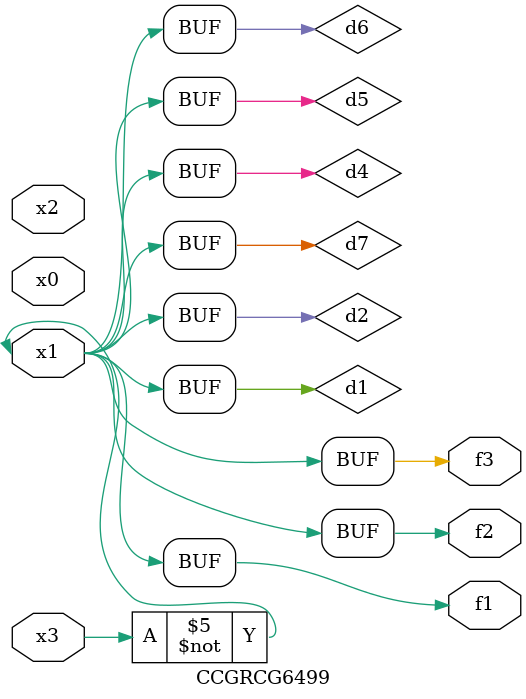
<source format=v>
module CCGRCG6499(
	input x0, x1, x2, x3,
	output f1, f2, f3
);

	wire d1, d2, d3, d4, d5, d6, d7;

	not (d1, x3);
	buf (d2, x1);
	xnor (d3, d1, d2);
	nor (d4, d1);
	buf (d5, d1, d2);
	buf (d6, d4, d5);
	nand (d7, d4);
	assign f1 = d6;
	assign f2 = d7;
	assign f3 = d6;
endmodule

</source>
